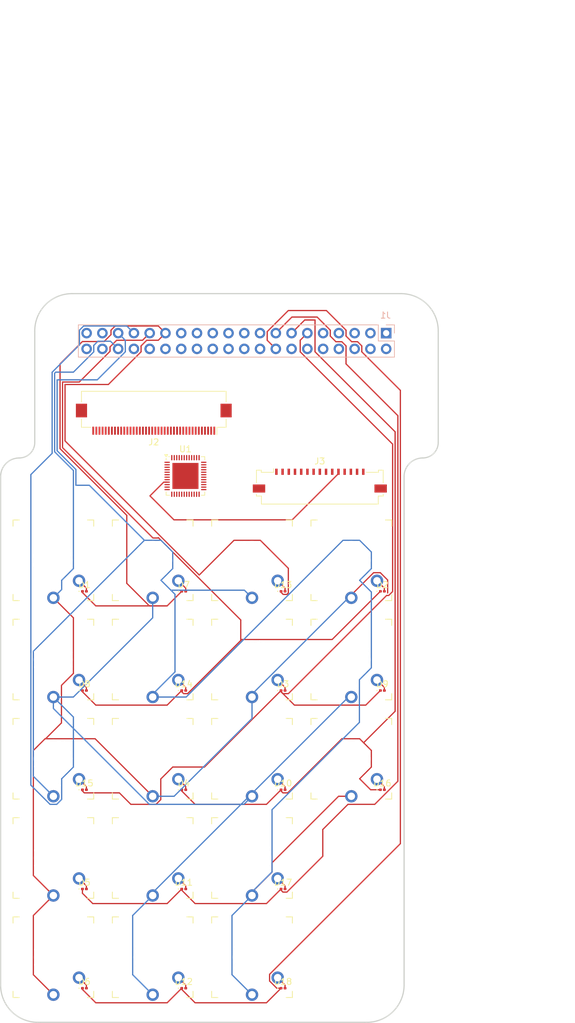
<source format=kicad_pcb>
(kicad_pcb (version 20241229) (generator "pcbnew") (generator_version "9.0")
  (title_block (date "15 nov 2012"))
  (layers (0 "F.Cu" signal) (2 "B.Cu" signal) (13 "F.Paste" user) (15 "B.Paste" user) (5 "F.SilkS" user "F.Silkscreen") (7 "B.SilkS" user "B.Silkscreen") (1 "F.Mask" user) (3 "B.Mask" user) (25 "Edge.Cuts" user))
  (net 0 "")
  (net 1 "GND")
  (net 2 "/GPIO2{slash}SDA1")
  (net 3 "/GPIO3{slash}SCL1")
  (net 4 "/GPIO4{slash}GPCLK0")
  (net 5 "/GPIO14{slash}TXD0")
  (net 6 "/GPIO15{slash}RXD0")
  (net 7 "/GPIO17")
  (net 8 "/GPIO18{slash}PCM.CLK")
  (net 9 "/GPIO27")
  (net 10 "/GPIO22")
  (net 11 "/GPIO23")
  (net 12 "/GPIO24")
  (net 13 "/GPIO10{slash}SPI0.MOSI")
  (net 14 "/GPIO9{slash}SPI0.MISO")
  (net 15 "/GPIO25")
  (net 16 "/GPIO11{slash}SPI0.SCLK")
  (net 17 "/GPIO8{slash}SPI0.CE0")
  (net 18 "/GPIO7{slash}SPI0.CE1")
  (net 19 "/ID_SDA")
  (net 20 "/ID_SCL")
  (net 21 "/GPIO5")
  (net 22 "/GPIO6")
  (net 23 "/GPIO12{slash}PWM0")
  (net 24 "/GPIO13{slash}PWM1")
  (net 25 "/GPIO19{slash}PCM.FS")
  (net 26 "/GPIO16")
  (net 27 "/GPIO26")
  (net 28 "/GPIO20{slash}PCM.DIN")
  (net 29 "/GPIO21{slash}PCM.DOUT")
  (net 30 "+5V")
  (net 31 "+3V3")
  (net 32 "Net-(D1-A)")
  (net 33 "Net-(D2-A)")
  (net 34 "Net-(D3-A)")
  (net 35 "Net-(D4-A)")
  (net 36 "Net-(D5-A)")
  (net 37 "Net-(D6-A)")
  (net 38 "Net-(D7-A)")
  (net 39 "Net-(D8-A)")
  (net 40 "Net-(D9-A)")
  (net 41 "Net-(D10-A)")
  (net 42 "Net-(D11-A)")
  (net 43 "Net-(D12-A)")
  (net 44 "Net-(D13-A)")
  (net 45 "Net-(D14-A)")
  (net 46 "Net-(D15-A)")
  (net 47 "Net-(D16-A)")
  (net 48 "Net-(D17-A)")
  (net 49 "Net-(D18-A)")
  (net 51 "Net-(J2-PCLK)")
  (net 53 "Net-(J2-DB12)")
  (net 56 "Net-(J2-DB5)")
  (net 57 "Net-(J2-DB17)")
  (net 58 "Net-(J2-HSYNC)")
  (net 61 "Net-(J2-DB13)")
  (net 62 "Net-(J2-DB9)")
  (net 63 "Net-(J2-DB4)")
  (net 64 "Net-(J2-DB3)")
  (net 66 "Net-(J2-DB15)")
  (net 67 "Net-(J2-DE)")
  (net 69 "Net-(J2-DB0)")
  (net 74 "Net-(J2-DB7)")
  (net 75 "Net-(J2-DB8)")
  (net 76 "Net-(J2-DB6)")
  (net 77 "Net-(J2-DB10)")
  (net 78 "Net-(J2-DB1)")
  (net 79 "Net-(J2-DB11)")
  (net 80 "Net-(J2-DB2)")
  (net 81 "Net-(J2-DB14)")
  (net 82 "Net-(J2-DB16)")
  (net 83 "Net-(J2-VSYNC)")
  (net 84 "Net-(J3-Pin_11)")
  (net 85 "Net-(J3-Pin_9)")
  (net 87 "Net-(J3-Pin_8)")
  (net 89 "Net-(J3-Pin_14)")
  (net 92 "Net-(J3-Pin_1)")
  (net 93 "Net-(J3-Pin_12)")
  (net 94 "Net-(J3-Pin_6)")
  (net 95 "Net-(J3-Pin_5)")
  (net 96 "Net-(J3-Pin_2)")
  (net 97 "Net-(J3-Pin_3)")
  (footprint "Diode_SMD:D_0201_0603Metric" (layer "F.Cu") (at 140 201)
    (property "Reference" "D18")
    (property "Value" "D")
  )
  (footprint "Diode_SMD:D_0201_0603Metric" (layer "F.Cu") (at 108 169)
    (property "Reference" "D15")
    (property "Value" "D")
  )
  (footprint "1 key-switches.pretty:SW_MX_LowProfile_THT" (layer "F.Cu") (at 119 196)
    (property "Reference" "SW17" (hide yes))
    (property "Value" "SW_Push" (hide yes))
  )
  (footprint "Diode_SMD:D_0201_0603Metric" (layer "F.Cu") (at 140 169)
    (property "Reference" "D10")
    (property "Value" "D")
  )
  (footprint "1 key-switches.pretty:SW_MX_LowProfile_THT" (layer "F.Cu") (at 103 196)
    (property "Reference" "SW16" (hide yes))
    (property "Value" "SW_Push" (hide yes))
  )
  (footprint "1 key-switches.pretty:SW_MX_LowProfile_THT" (layer "F.Cu") (at 135 196)
    (property "Reference" "SW18" (hide yes))
    (property "Value" "SW_Push" (hide yes))
  )
  (footprint "1 key-switches.pretty:SW_MX_LowProfile_THT" (layer "F.Cu") (at 135 148)
    (property "Reference" "SW7" (hide yes))
    (property "Value" "SW_Push" (hide yes))
  )
  (footprint "Connector_FFC-FPC:Molex_200528-0150_1x15-1MP_P1.00mm_Horizontal" (layer "F.Cu") (at 145.925 118.635)
    (property "Reference" "J3")
    (property "Value" "Conn_01x15_MountingPin")
  )
  (footprint "Diode_SMD:D_0201_0603Metric" (layer "F.Cu") (at 124 153)
    (property "Reference" "D14")
    (property "Value" "D")
  )
  (footprint "Connector_FFC-FPC:Hirose_FH12-40S-0.5SH_1x40-1MP_P0.50mm_Horizontal" (layer "F.Cu") (at 119.175 109.25 180)
    (property "Reference" "J2")
    (property "Value" "TL040WVS03-H1263A")
  )
  (footprint "1 key-switches.pretty:SW_MX_LowProfile_THT" (layer "F.Cu") (at 103 132)
    (property "Reference" "SW1" (hide yes))
    (property "Value" "SW_Push" (hide yes))
  )
  (footprint "Diode_SMD:D_0201_0603Metric" (layer "F.Cu") (at 140 153)
    (property "Reference" "D3")
    (property "Value" "D")
  )
  (footprint "Diode_SMD:D_0201_0603Metric" (layer "F.Cu") (at 156 169)
    (property "Reference" "D16")
    (property "Value" "D")
  )
  (footprint "Diode_SMD:D_0201_0603Metric" (layer "F.Cu") (at 156 137)
    (property "Reference" "D2")
    (property "Value" "D")
  )
  (footprint "1 key-switches.pretty:SW_MX_LowProfile_THT" (layer "F.Cu") (at 151 132)
    (property "Reference" "SW4" (hide yes))
    (property "Value" "SW_Push" (hide yes))
  )
  (footprint "1 key-switches.pretty:SW_MX_LowProfile_THT" (layer "F.Cu") (at 135 164)
    (property "Reference" "SW11" (hide yes))
    (property "Value" "SW_Push" (hide yes))
  )
  (footprint "Diode_SMD:D_0201_0603Metric" (layer "F.Cu") (at 108 185)
    (property "Reference" "D5")
    (property "Value" "D")
  )
  (footprint "MountingHole:MountingHole_2.7mm_M2.5" (layer "F.Cu") (at 103.5 96.5)
    (property "Reference" "MH3" (hide yes))
    (property "Value" "MountingHole_2.7mm_M2.5" (hide yes))
  )
  (footprint "Diode_SMD:D_0201_0603Metric" (layer "F.Cu") (at 108 201)
    (property "Reference" "D6")
    (property "Value" "D")
  )
  (footprint "1 key-switches.pretty:SW_MX_LowProfile_THT" (layer "F.Cu") (at 103 180)
    (property "Reference" "SW13" (hide yes))
    (property "Value" "SW_Push" (hide yes))
  )
  (footprint "Diode_SMD:D_0201_0603Metric" (layer "F.Cu") (at 140 185)
    (property "Reference" "D17")
    (property "Value" "D")
  )
  (footprint "1 key-switches.pretty:SW_MX_LowProfile_THT" (layer "F.Cu") (at 119 180)
    (property "Reference" "SW14" (hide yes))
    (property "Value" "SW_Push" (hide yes))
  )
  (footprint "Diode_SMD:D_0201_0603Metric" (layer "F.Cu") (at 108 137)
    (property "Reference" "D1")
    (property "Value" "D")
  )
  (footprint "Diode_SMD:D_0201_0603Metric" (layer "F.Cu") (at 140 137)
    (property "Reference" "D13")
    (property "Value" "D")
  )
  (footprint "1 key-switches.pretty:SW_MX_LowProfile_THT" (layer "F.Cu") (at 119 148)
    (property "Reference" "SW6" (hide yes))
    (property "Value" "SW_Push" (hide yes))
  )
  (footprint "1 key-switches.pretty:SW_MX_LowProfile_THT" (layer "F.Cu") (at 119 132)
    (property "Reference" "SW2" (hide yes))
    (property "Value" "SW_Push" (hide yes))
  )
  (footprint "1 key-switches.pretty:SW_MX_LowProfile_THT" (layer "F.Cu") (at 119 164)
    (property "Reference" "SW10" (hide yes))
    (property "Value" "SW_Push" (hide yes))
  )
  (footprint "1 key-switches.pretty:SW_MX_LowProfile_THT" (layer "F.Cu") (at 135 180)
    (property "Reference" "SW15" (hide yes))
    (property "Value" "SW_Push" (hide yes))
  )
  (footprint "1 key-switches.pretty:SW_MX_LowProfile_THT" (layer "F.Cu") (at 103 148)
    (property "Reference" "SW5" (hide yes))
    (property "Value" "SW_Push" (hide yes))
  )
  (footprint "Diode_SMD:D_0201_0603Metric" (layer "F.Cu") (at 124 137)
    (property "Reference" "D7")
    (property "Value" "D")
  )
  (footprint "Diode_SMD:D_0201_0603Metric" (layer "F.Cu") (at 156 153)
    (property "Reference" "D9")
    (property "Value" "D")
  )
  (footprint "1 key-switches.pretty:SW_MX_LowProfile_THT" (layer "F.Cu") (at 151 148)
    (property "Reference" "SW8" (hide yes))
    (property "Value" "SW_Push" (hide yes))
  )
  (footprint "Diode_SMD:D_0201_0603Metric" (layer "F.Cu") (at 124 185)
    (property "Reference" "D11")
    (property "Value" "D")
  )
  (footprint "MountingHole:MountingHole_2.7mm_M2.5" (layer "F.Cu") (at 161.5 96.5)
    (property "Reference" "MH4" (hide yes))
    (property "Value" "MountingHole_2.7mm_M2.5" (hide yes))
  )
  (footprint "Diode_SMD:D_0201_0603Metric" (layer "F.Cu") (at 124 169)
    (property "Reference" "D4")
    (property "Value" "D")
  )
  (footprint "Diode_SMD:D_0201_0603Metric" (layer "F.Cu") (at 124 201)
    (property "Reference" "D12")
    (property "Value" "D")
  )
  (footprint "1 key-switches.pretty:SW_MX_LowProfile_THT" (layer "F.Cu") (at 151 164)
    (property "Reference" "SW12" (hide yes))
    (property "Value" "SW_Push" (hide yes))
  )
  (footprint "1 key-switches.pretty:SW_MX_LowProfile_THT" (layer "F.Cu") (at 103 164)
    (property "Reference" "SW9" (hide yes))
    (property "Value" "SW_Push" (hide yes))
  )
  (footprint "1 key-switches.pretty:SW_MX_LowProfile_THT" (layer "F.Cu") (at 135 132)
    (property "Reference" "SW3" (hide yes))
    (property "Value" "SW_Push" (hide yes))
  )
  (footprint "Package_DFN_QFN:QFN-48-1EP_6x6mm_P0.4mm_EP4.2x4.2mm" (layer "F.Cu") (at 124.275 118.4)
    (property "Reference" "U1")
    (property "Value" "~")
  )
  (footprint "Diode_SMD:D_0201_0603Metric" (layer "F.Cu") (at 108 153)
    (property "Reference" "D8")
    (property "Value" "D")
  )
  (footprint "Connector_PinSocket_2.54mm:PinSocket_2x20_P2.54mm_Vertical" (layer "B.Cu") (at 156.614807 95.366838 90)
    (property "Reference" "J1")
    (property "Value" "GPIO")
  )
  (gr_arc (start 159.5 118.5) (mid 160.37868 116.37868) (end 162.5 115.5) (stroke (width 0.2)) (layer "Edge.Cuts"))
  (gr_arc (start 100 95) (mid 101.757359 90.757359) (end 106 89) (stroke (width 0.2)) (layer "Edge.Cuts"))
  (gr_arc (start 165 113) (mid 164.267767 114.767767) (end 162.5 115.5) (stroke (width 0.2)) (layer "Edge.Cuts"))
  (gr_line (start 94.5 200.5) (end 94.5 118.5) (stroke (width 0.2)) (layer "Edge.Cuts"))
  (gr_line (start 159.5 124.5) (end 159.5 200.5) (stroke (width 0.2)) (layer "Edge.Cuts"))
  (gr_line (start 159.5 124.5) (end 159.5 118.5) (stroke (width 0.2)) (layer "Edge.Cuts"))
  (gr_line (start 165 113) (end 165 95) (stroke (width 0.2)) (layer "Edge.Cuts"))
  (gr_line (start 100 113) (end 100 95) (stroke (width 0.2)) (layer "Edge.Cuts"))
  (gr_arc (start 159.5 200.5) (mid 157.742641 204.742641) (end 153.5 206.5) (stroke (width 0.2)) (layer "Edge.Cuts"))
  (gr_arc (start 100.5 206.5) (mid 96.257359 204.742641) (end 94.5 200.5) (stroke (width 0.2)) (layer "Edge.Cuts"))
  (gr_line (start 106 89) (end 159 89) (stroke (width 0.2)) (layer "Edge.Cuts"))
  (gr_arc (start 159 89) (mid 163.242641 90.757359) (end 165 95) (stroke (width 0.2)) (layer "Edge.Cuts"))
  (gr_arc (start 100 113) (mid 99.267767 114.767767) (end 97.5 115.5) (stroke (width 0.2)) (layer "Edge.Cuts"))
  (gr_arc (start 94.5 118.5) (mid 95.37868 116.37868) (end 97.5 115.5) (stroke (width 0.2)) (layer "Edge.Cuts"))
  (gr_line (start 100.5 206.5) (end 153.5 206.5) (stroke (width 0.2)) (layer "Edge.Cuts"))
  (segment (start 120.301 170.588892) (end 119.538892 171.351) (width 0.2) (layer "F.Cu") (net 7))
  (segment (start 107.981001 169.501) (end 107.68 169.199999) (width 0.2) (layer "F.Cu") (net 7))
  (segment (start 139.981001 153.501) (end 140.85377 153.501) (width 0.2) (layer "F.Cu") (net 7))
  (segment (start 157.0171 137.66987) (end 157.653 137.03397) (width 0.2) (layer "F.Cu") (net 7))
  (segment (start 155.68 153) (end 153.329 155.351) (width 0.2) (layer "F.Cu") (net 7))
  (segment (start 139.68 153) (end 139.68 153.199999) (width 0.2) (layer "F.Cu") (net 7))
  (segment (start 115.480353 171.351) (end 113.630353 169.501) (width 0.2) (layer "F.Cu") (net 7))
  (segment (start 122.226 165.336253) (end 120.301 167.261253) (width 0.2) (layer "F.Cu") (net 7))
  (segment (start 139.68 153.199999) (end 139.981001 153.501) (width 0.2) (layer "F.Cu") (net 7))
  (segment (start 142.763807 98.383598) (end 142.763807 96.517838) (width 0.2) (layer "F.Cu") (net 7))
  (segment (start 140.85377 153.501) (end 156.6849 137.66987) (width 0.2) (layer "F.Cu") (net 7))
  (segment (start 141.831001 155.351) (end 139.68 153.199999) (width 0.2) (layer "F.Cu") (net 7))
  (segment (start 157.653 137.03397) (end 157.653 113.272791) (width 0.2) (layer "F.Cu") (net 7))
  (segment (start 142.763807 96.517838) (end 143.914807 95.366838) (width 0.2) (layer "F.Cu") (net 7))
  (segment (start 153.329 155.351) (end 141.831001 155.351) (width 0.2) (layer "F.Cu") (net 7))
  (segment (start 127.343747 165.336253) (end 122.226 165.336253) (width 0.2) (layer "F.Cu") (net 7))
  (segment (start 107.68 169.199999) (end 107.68 169) (width 0.2) (layer "F.Cu") (net 7))
  (segment (start 156.6849 137.66987) (end 157.0171 137.66987) (width 0.2) (layer "F.Cu") (net 7))
  (segment (start 139.68 153) (end 127.343747 165.336253) (width 0.2) (layer "F.Cu") (net 7))
  (segment (start 119.538892 171.351) (end 115.480353 171.351) (width 0.2) (layer "F.Cu") (net 7))
  (segment (start 120.301 167.261253) (end 120.301 170.588892) (width 0.2) (layer "F.Cu") (net 7))
  (segment (start 157.653 113.272791) (end 142.763807 98.383598) (width 0.2) (layer "F.Cu") (net 7))
  (segment (start 113.630353 169.501) (end 107.981001 169.501) (width 0.2) (layer "F.Cu") (net 7))
  (segment (start 139.68 169) (end 137.329 171.351) (width 0.2) (layer "F.Cu") (net 9))
  (segment (start 154.226 165.336253) (end 154.226 162.663747) (width 0.2) (layer "F.Cu") (net 9))
  (segment (start 125.831001 171.351) (end 123.68 169.199999) (width 0.2) (layer "F.Cu") (net 9))
  (segment (start 137.329 171.351) (end 125.831001 171.351) (width 0.2) (layer "F.Cu") (net 9))
  (segment (start 152.336253 167.226) (end 154.226 165.336253) (width 0.2) (layer "F.Cu") (net 9))
  (segment (start 158.054 156.346) (end 152.981126 161.418874) (width 0.2) (layer "F.Cu") (net 9))
  (segment (start 123.68 169.199999) (end 123.68 169) (width 0.2) (layer "F.Cu") (net 9))
  (segment (start 145.15 98.375) (end 158.054 111.279) (width 0.2) (layer "F.Cu") (net 9))
  (segment (start 140.749 169.501) (end 139.981001 169.501) (width 0.2) (layer "F.Cu") (net 9))
  (segment (start 139.981001 169.501) (end 139.68 169.199999) (width 0.2) (layer "F.Cu") (net 9))
  (segment (start 152.336253 160.774) (end 149.476 160.774) (width 0.2) (layer "F.Cu") (net 9))
  (segment (start 152.981126 161.418874) (end 152.336253 160.774) (width 0.2) (layer "F.Cu") (net 9))
  (segment (start 149.476 160.774) (end 149.25 161) (width 0.2) (layer "F.Cu") (net 9))
  (segment (start 141.374807 95.366838) (end 143.491645 93.25) (width 0.2) (layer "F.Cu") (net 9))
  (segment (start 149.25 161) (end 140.749 169.501) (width 0.2) (layer "F.Cu") (net 9))
  (segment (start 139.68 169.199999) (end 139.68 169) (width 0.2) (layer "F.Cu") (net 9))
  (segment (start 155.68 169) (end 154.110253 169) (width 0.2) (layer "F.Cu") (net 9))
  (segment (start 154.226 162.663747) (end 152.981126 161.418874) (width 0.2) (layer "F.Cu") (net 9))
  (segment (start 154.110253 169) (end 152.336253 167.226) (width 0.2) (layer "F.Cu") (net 9))
  (segment (start 143.491645 93.25) (end 145.15 93.25) (width 0.2) (layer "F.Cu") (net 9))
  (segment (start 145.15 93.25) (end 145.15 98.375) (width 0.2) (layer "F.Cu") (net 9))
  (segment (start 158.054 111.279) (end 158.054 156.346) (width 0.2) (layer "F.Cu") (net 9))
  (segment (start 149.471567 96.755838) (end 148.518047 96.755838) (width 0.2) (layer "F.Cu") (net 10))
  (segment (start 141.426645 92.775) (end 138.834807 95.366838) (width 0.2) (layer "F.Cu") (net 10))
  (segment (start 146.401 179.71887) (end 146.401 175.411108) (width 0.2) (layer "F.Cu") (net 10))
  (segment (start 150.461108 171.351) (end 154.76887 171.351) (width 0.2) (layer "F.Cu") (net 10))
  (segment (start 150.145807 100.328707) (end 150.145807 97.430078) (width 0.2) (layer "F.Cu") (net 10))
  (segment (start 147.605807 94.890078) (end 145.490729 92.775) (width 0.2) (layer "F.Cu") (net 10))
  (segment (start 148.518047 96.755838) (end 147.605807 95.843598) (width 0.2) (layer "F.Cu") (net 10))
  (segment (start 107.68 185.689892) (end 107.68 185) (width 0.2) (layer "F.Cu") (net 10))
  (segment (start 158.499 167.62087) (end 158.499 108.6819) (width 0.2) (layer "F.Cu") (net 10))
  (segment (start 139.68 185.199999) (end 139.981001 185.501) (width 0.2) (layer "F.Cu") (net 10))
  (segment (start 147.605807 95.843598) (end 147.605807 94.890078) (width 0.2) (layer "F.Cu") (net 10))
  (segment (start 154.76887 171.351) (end 158.499 167.62087) (width 0.2) (layer "F.Cu") (net 10))
  (segment (start 137.329 187.351) (end 125.831001 187.351) (width 0.2) (layer "F.Cu") (net 10))
  (segment (start 146.401 175.411108) (end 150.461108 171.351) (width 0.2) (layer "F.Cu") (net 10))
  (segment (start 158.499 108.6819) (end 150.145807 100.328707) (width 0.2) (layer "F.Cu") (net 10))
  (segment (start 121.329 187.351) (end 109.341108 187.351) (width 0.2) (layer "F.Cu") (net 10))
  (segment (start 125.831001 187.351) (end 123.68 185.199999) (width 0.2) (layer "F.Cu") (net 10))
  (segment (start 109.341108 187.351) (end 107.68 185.689892) (width 0.2) (layer "F.Cu") (net 10))
  (segment (start 123.68 185) (end 121.329 187.351) (width 0.2) (layer "F.Cu") (net 10))
  (segment (start 139.981001 185.501) (end 140.61887 185.501) (width 0.2) (layer "F.Cu") (net 10))
  (segment (start 139.68 185) (end 139.68 185.199999) (width 0.2) (layer "F.Cu") (net 10))
  (segment (start 123.68 185.199999) (end 123.68 185) (width 0.2) (layer "F.Cu") (net 10))
  (segment (start 145.490729 92.775) (end 141.426645 92.775) (width 0.2) (layer "F.Cu") (net 10))
  (segment (start 140.61887 185.501) (end 146.401 179.71887) (width 0.2) (layer "F.Cu") (net 10))
  (segment (start 139.68 185) (end 137.329 187.351) (width 0.2) (layer "F.Cu") (net 10))
  (segment (start 150.145807 97.430078) (end 149.471567 96.755838) (width 0.2) (layer "F.Cu") (net 10))
  (segment (start 152.011567 96.755838) (end 151.058047 96.755838) (width 0.2) (layer "F.Cu") (net 11))
  (segment (start 123.68 201.199999) (end 125.831001 203.351) (width 0.2) (layer "F.Cu") (net 11))
  (segment (start 121.329 203.351) (end 123.68 201) (width 0.2) (layer "F.Cu") (net 11))
  (segment (start 109.831001 203.351) (end 121.329 203.351) (width 0.2) (layer "F.Cu") (net 11))
  (segment (start 138.990108 201) (end 137.829 199.838892) (width 0.2) (layer "F.Cu") (net 11))
  (segment (start 137.329 203.351) (end 139.68 201) (width 0.2) (layer "F.Cu") (net 11))
  (segment (start 158.9 104.597791) (end 152.685807 98.383598) (width 0.2) (layer "F.Cu") (net 11))
  (segment (start 123.68 201) (end 123.68 201.199999) (width 0.2) (layer "F.Cu") (net 11))
  (segment (start 158.9 177.690108) (end 158.9 104.597791) (width 0.2) (layer "F.Cu") (net 11))
  (segment (start 139.68 201) (end 138.990108 201) (width 0.2) (layer "F.Cu") (net 11))
  (segment (start 150.145807 94.890078) (end 146.980729 91.725) (width 0.2) (layer "F.Cu") (net 11))
  (segment (start 107.68 201) (end 107.68 201.199999) (width 0.2) (layer "F.Cu") (net 11))
  (segment (start 125.831001 203.351) (end 137.329 203.351) (width 0.2) (layer "F.Cu") (net 11))
  (segment (start 146.980729 91.725) (end 140.848885 91.725) (width 0.2) (layer "F.Cu") (net 11))
  (segment (start 107.68 201.199999) (end 109.831001 203.351) (width 0.2) (layer "F.Cu") (net 11))
  (segment (start 151.058047 96.755838) (end 150.145807 95.843598) (width 0.2) (layer "F.Cu") (net 11))
  (segment (start 137.829 199.838892) (end 137.829 198.761108) (width 0.2) (layer "F.Cu") (net 11))
  (segment (start 137.445807 96.517838) (end 138.834807 97.906838) (width 0.2) (layer "F.Cu") (net 11))
  (segment (start 140.848885 91.725) (end 137.445807 95.128078) (width 0.2) (layer "F.Cu") (net 11))
  (segment (start 137.829 198.761108) (end 158.9 177.690108) (width 0.2) (layer "F.Cu") (net 11))
  (segment (start 152.685807 97.430078) (end 152.011567 96.755838) (width 0.2) (layer "F.Cu") (net 11))
  (segment (start 150.145807 95.843598) (end 150.145807 94.890078) (width 0.2) (layer "F.Cu") (net 11))
  (segment (start 152.685807 98.383598) (end 152.685807 97.430078) (width 0.2) (layer "F.Cu") (net 11))
  (segment (start 137.445807 95.128078) (end 137.445807 96.517838) (width 0.2) (layer "F.Cu") (net 11))
  (segment (start 118.038047 96.517838) (end 119.903807 96.517838) (width 0.2) (layer "F.Cu") (net 21))
  (segment (start 132.101 128.774) (end 126.502176 134.372824) (width 0.2) (layer "F.Cu") (net 21))
  (segment (start 140.851 137.26887) (end 140.851 133.288747) (width 0.2) (layer "F.Cu") (net 21))
  (segment (start 139.68 137.15987) (end 140.02113 137.501) (width 0.2) (layer "F.Cu") (net 21))
  (segment (start 112.283807 95.605598) (end 112.283807 94.890078) (width 0.2) (layer "F.Cu") (net 21))
  (segment (start 119.903807 94.215838) (end 121.054807 95.366838) (width 0.2) (layer "F.Cu") (net 21))
  (segment (start 115.498047 94.215838) (end 116.35 94.215838) (width 0.2) (layer "F.Cu") (net 21))
  (segment (start 117.125807 98.383598) (end 117.125807 97.430078) (width 0.2) (layer "F.Cu") (net 21))
  (segment (start 123.68 137) (end 121.329 139.351) (width 0.2) (layer "F.Cu") (net 21))
  (segment (start 121.329 139.351) (end 109.831001 139.351) (width 0.2) (layer "F.Cu") (net 21))
  (segment (start 136.336253 128.774) (end 132.101 128.774) (width 0.2) (layer "F.Cu") (net 21))
  (segment (start 104.877 112.747648) (end 104.877 103.651) (width 0.2) (layer "F.Cu") (net 21))
  (segment (start 111.164405 96.725) (end 112.283807 95.605598) (width 0.2) (layer "F.Cu") (net 21))
  (segment (start 104.075 114) (end 104.075 100.325) (width 0.2) (layer "F.Cu") (net 21))
  (segment (start 116.35 94.215838) (end 119.903807 94.215838) (width 0.2) (layer "F.Cu") (net 21))
  (segment (start 112.283807 94.890078) (end 112.958047 94.215838) (width 0.2) (layer "F.Cu") (net 21))
  (segment (start 107.68 137.199999) (end 107.68 137) (width 0.2) (layer "F.Cu") (net 21))
  (segment (start 112.958047 94.215838) (end 116.35 94.215838) (width 0.2) (layer "F.Cu") (net 21))
  (segment (start 140.851 133.288747) (end 136.336253 128.774) (width 0.2) (layer "F.Cu") (net 21))
  (segment (start 104.877 103.651) (end 111.858405 103.651) (width 0.2) (layer "F.Cu") (net 21))
  (segment (start 109.831001 139.351) (end 107.68 137.199999) (width 0.2) (layer "F.Cu") (net 21))
  (segment (start 114.823807 124.748807) (end 104.075 114) (width 0.2) (layer "F.Cu") (net 21))
  (segment (start 121.329 139.351) (end 118.461108 139.351) (width 0.2) (layer "F.Cu") (net 21))
  (segment (start 107.675 96.725) (end 111.164405 96.725) (width 0.2) (layer "F.Cu") (net 21))
  (segment (start 126.502176 134.372824) (end 104.877 112.747648) (width 0.2) (layer "F.Cu") (net 21))
  (segment (start 118.461108 139.351) (end 114.823807 135.713699) (width 0.2) (layer "F.Cu") (net 21))
  (segment (start 117.125807 97.430078) (end 118.038047 96.517838) (width 0.2) (layer "F.Cu") (net 21))
  (segment (start 119.903807 96.517838) (end 121.054807 95.366838) (width 0.2) (layer "F.Cu") (net 21))
  (segment (start 114.823807 135.713699) (end 114.823807 124.748807) (width 0.2) (layer "F.Cu") (net 21))
  (segment (start 140.61887 137.501) (end 140.851 137.26887) (width 0.2) (layer "F.Cu") (net 21))
  (segment (start 104.075 100.325) (end 107.675 96.725) (width 0.2) (layer "F.Cu") (net 21))
  (segment (start 140.02113 137.501) (end 140.61887 137.501) (width 0.2) (layer "F.Cu") (net 21))
  (segment (start 139.68 137) (end 139.68 137.15987) (width 0.2) (layer "F.Cu") (net 21))
  (segment (start 111.858405 103.651) (end 117.125807 98.383598) (width 0.2) (layer "F.Cu") (net 21))
  (segment (start 123.68 153.199999) (end 123.68 153) (width 0.2) (layer "F.Cu") (net 22))
  (segment (start 112.125 97.588885) (end 113.196047 96.517838) (width 0.2) (layer "F.Cu") (net 22))
  (segment (start 104.476 103.25) (end 107.179405 103.25) (width 0.2) (layer "F.Cu") (net 22))
  (segment (start 133.184935 144.934935) (end 124.61887 153.501) (width 0.2) (layer "F.Cu") (net 22))
  (segment (start 119.903807 128.341554) (end 119.968626 128.406374) (width 0.2) (layer "F.Cu") (net 22))
  (segment (start 107.68 153.199999) (end 107.68 153) (width 0.2) (layer "F.Cu") (net 22))
  (segment (start 119.968626 128.406374) (end 119.048474 128.406374) (width 0.2) (layer "F.Cu") (net 22))
  (segment (start 119.968626 128.406374) (end 133.184935 141.622682) (width 0.2) (layer "F.Cu") (net 22))
  (segment (start 121.329 155.351) (end 109.831001 155.351) (width 0.2) (layer "F.Cu") (net 22))
  (segment (start 155.68 137) (end 147.906 144.774) (width 0.2) (layer "F.Cu") (net 22))
  (segment (start 112.125 98.304405) (end 112.125 97.588885) (width 0.2) (layer "F.Cu") (net 22))
  (segment (start 123.68 153) (end 121.329 155.351) (width 0.2) (layer "F.Cu") (net 22))
  (segment (start 113.196047 96.517838) (end 117.363807 96.517838) (width 0.2) (layer "F.Cu") (net 22))
  (segment (start 119.048474 128.406374) (end 104.476 113.8339) (width 0.2) (layer "F.Cu") (net 22))
  (segment (start 107.179405 103.25) (end 112.125 98.304405) (width 0.2) (layer "F.Cu") (net 22))
  (segment (start 109.831001 155.351) (end 107.68 153.199999) (width 0.2) (layer "F.Cu") (net 22))
  (segment (start 147.906 144.774) (end 133.34587 144.774) (width 0.2) (layer "F.Cu") (net 22))
  (segment (start 133.184935 141.622682) (end 133.184935 144.934935) (width 0.2) (layer "F.Cu") (net 22))
  (segment (start 104.476 113.8339) (end 104.476 103.25) (width 0.2) (layer "F.Cu") (net 22))
  (segment (start 117.363807 96.517838) (end 118.514807 95.366838) (width 0.2) (layer "F.Cu") (net 22))
  (segment (start 124.61887 153.501) (end 123.981001 153.501) (width 0.2) (layer "F.Cu") (net 22))
  (segment (start 133.34587 144.774) (end 133.184935 144.934935) (width 0.2) (layer "F.Cu") (net 22))
  (segment (start 123.981001 153.501) (end 123.68 153.199999) (width 0.2) (layer "F.Cu") (net 22))
  (segment (start 104.336253 167.226) (end 106.226 165.336253) (width 0.2) (layer "B.Cu") (net 24))
  (segment (start 135 169.590108) (end 135 170.05) (width 0.2) (layer "B.Cu") (net 24))
  (segment (start 99.373 146.875) (end 99.373 168.262892) (width 0.2) (layer "B.Cu") (net 24))
  (segment (start 104.336253 170.553639) (end 104.336253 167.226) (width 0.2) (layer "B.Cu") (net 24))
  (segment (start 119 202.05) (end 115.774 198.824) (width 0.2) (layer "B.Cu") (net 24))
  (segment (start 106.219892 154.05) (end 119 141.269892) (width 0.2) (layer "B.Cu") (net 24))
  (segment (start 133.699 171.351) (end 118.461108 171.351) (width 0.2) (layer "B.Cu") (net 24))
  (segment (start 150.540108 154.05) (end 135 169.590108) (width 0.2) (layer "B.Cu") (net 24))
  (segment (start 102.461108 171.351) (end 103.538892 171.351) (width 0.2) (layer "B.Cu") (net 24))
  (segment (start 114.823807 94.215838) (end 113.875 94.215838) (width 0.2) (layer "B.Cu") (net 24))
  (segment (start 106.226 165.336253) (end 106.226 157.276) (width 0.2) (layer "B.Cu") (net 24))
  (segment (start 99.373 168.262892) (end 102.461108 171.351) (width 0.2) (layer "B.Cu") (net 24))
  (segment (start 99.373 146.497647) (end 99.373 146.875) (width 0.2) (layer "B.Cu") (net 24))
  (segment (start 135 170.05) (end 133.699 171.351) (width 0.2) (layer "B.Cu") (net 24))
  (segment (start 102.8 114.75) (end 102.8 101.675) (width 0.2) (layer "B.Cu") (net 24))
  (segment (start 113.875 94.215838) (end 112.958047 94.215838) (width 0.2) (layer "B.Cu") (net 24))
  (segment (start 119 186.05) (end 119 185.590108) (width 0.2) (layer "B.Cu") (net 24))
  (segment (start 99.373 146.875) (end 99.373 118.177) (width 0.2) (layer "B.Cu") (net 24))
  (segment (start 103 154.05) (end 106.219892 154.05) (width 0.2) (layer "B.Cu") (net 24))
  (segment (start 119 185.590108) (end 134.540108 170.05) (width 0.2) (layer "B.Cu") (net 24))
  (segment (start 134.540108 170.05) (end 135 170.05) (width 0.2) (layer "B.Cu") (net 24))
  (segment (start 115.774 198.824) (end 115.774 189.276) (width 0.2) (layer "B.Cu") (net 24))
  (segment (start 107.878047 94.215838) (end 113.875 94.215838) (width 0.2) (layer "B.Cu") (net 24))
  (segment (start 103.538892 171.351) (end 104.336253 170.553639) (width 0.2) (layer "B.Cu") (net 24))
  (segment (start 107.25 97.225) (end 107.203807 97.178807) (width 0.2) (layer "B.Cu") (net 24))
  (segment (start 102.8 101.675) (end 107.25 97.225) (width 0.2) (layer "B.Cu") (net 24))
  (segment (start 151 154.05) (end 150.540108 154.05) (width 0.2) (layer "B.Cu") (net 24))
  (segment (start 107.203807 94.890078) (end 107.878047 94.215838) (width 0.2) (layer "B.Cu") (net 24))
  (segment (start 118.461108 171.351) (end 103 155.889892) (width 0.2) (layer "B.Cu") (net 24))
  (segment (start 115.774 189.276) (end 119 186.05) (width 0.2) (layer "B.Cu") (net 24))
  (segment (start 99.373 118.177) (end 102.8 114.75) (width 0.2) (layer "B.Cu") (net 24))
  (segment (start 103 155.889892) (end 103 154.05) (width 0.2) (layer "B.Cu") (net 24))
  (segment (start 119 141.269892) (end 119 138.05) (width 0.2) (layer "B.Cu") (net 24))
  (segment (start 106.226 157.276) (end 103 154.05) (width 0.2) (layer "B.Cu") (net 24))
  (segment (start 115.974807 95.366838) (end 114.823807 94.215838) (width 0.2) (layer "B.Cu") (net 24))
  (segment (start 107.203807 97.178807) (end 107.203807 94.890078) (width 0.2) (layer "B.Cu") (net 24))
  (segment (start 151 170.05) (end 148.948 170.05) (width 0.2) (layer "F.Cu") (net 25))
  (segment (start 135 185.5) (end 135 186.05) (width 0.2) (layer "F.Cu") (net 25))
  (segment (start 138.226 182.274) (end 135 185.5) (width 0.2) (layer "F.Cu") (net 25))
  (segment (start 148.948 170.05) (end 138.226 180.772) (width 0.2) (layer "F.Cu") (net 25))
  (segment (start 138.226 180.772) (end 138.226 182.274) (width 0.2) (layer "F.Cu") (net 25))
  (segment (start 124.387747 154.05) (end 149.663747 128.774) (width 0.2) (layer "B.Cu") (net 25))
  (segment (start 135 138.05) (end 133.769873 136.819873) (width 0.2) (layer "B.Cu") (net 25))
  (segment (start 149.663747 128.774) (end 152.336253 128.774) (width 0.2) (layer "B.Cu") (net 25))
  (segment (start 152.301 151.261253) (end 152.301 158.136747) (width 0.2) (layer "B.Cu") (net 25))
  (segment (start 154.226 137.115747) (end 154.226 149.336253) (width 0.2) (layer "B.Cu") (net 25))
  (segment (start 117.663747 128.774) (end 108.789747 119.9) (width 0.2) (layer "B.Cu") (net 25))
  (segment (start 119 153.590108) (end 119 154.05) (width 0.2) (layer "B.Cu") (net 25))
  (segment (start 135 202.05) (end 131.774 198.824) (width 0.2) (layer "B.Cu") (net 25))
  (segment (start 106.627 117.3589) (end 103.602 114.3339) (width 0.2) (layer "B.Cu") (net 25))
  (segment (start 121.930127 136.819873) (end 122.591108 137.480855) (width 0.2) (layer "B.Cu") (net 25))
  (segment (start 154.226 130.663747) (end 154.226 133.336253) (width 0.2) (layer "B.Cu") (net 25))
  (segment (start 103.602 102.9) (end 110.069405 102.9) (width 0.2) (layer "B.Cu") (net 25))
  (segment (start 122.591108 149.999) (end 119 153.590108) (width 0.2) (layer "B.Cu") (net 25))
  (segment (start 108.789747 119.9) (end 106.627 119.9) (width 0.2) (layer "B.Cu") (net 25))
  (segment (start 114.585807 96.517838) (end 113.434807 95.366838) (width 0.2) (layer "B.Cu") (net 25))
  (segment (start 103.602 114.3339) (end 103.602 102.9) (width 0.2) (layer "B.Cu") (net 25))
  (segment (start 120.336253 135.226) (end 121.930127 136.819873) (width 0.2) (layer "B.Cu") (net 25))
  (segment (start 122.591108 137.480855) (end 122.591108 149.999) (width 0.2) (layer "B.Cu") (net 25))
  (segment (start 152.336253 128.774) (end 154.226 130.663747) (width 0.2) (layer "B.Cu") (net 25))
  (segment (start 117.663747 128.774) (end 120.336253 128.774) (width 0.2) (layer "B.Cu") (net 25))
  (segment (start 133.769873 136.819873) (end 121.930127 136.819873) (width 0.2) (layer "B.Cu") (net 25))
  (segment (start 119 154.05) (end 124.387747 154.05) (width 0.2) (layer "B.Cu") (net 25))
  (segment (start 110.069405 102.9) (end 114.585807 98.383598) (width 0.2) (layer "B.Cu") (net 25))
  (segment (start 122.226 133.336253) (end 120.336253 135.226) (width 0.2) (layer "B.Cu") (net 25))
  (segment (start 154.226 149.336253) (end 152.301 151.261253) (width 0.2) (layer "B.Cu") (net 25))
  (segment (start 122.226 130.663747) (end 122.226 133.336253) (width 0.2) (layer "B.Cu") (net 25))
  (segment (start 131.774 189.276) (end 135 186.05) (width 0.2) (layer "B.Cu") (net 25))
  (segment (start 138.226 182.243181) (end 135 185.469181) (width 0.2) (layer "B.Cu") (net 25))
  (segment (start 135 185.469181) (end 135 186.05) (width 0.2) (layer "B.Cu") (net 25))
  (segment (start 103 170.05) (end 99.774 166.824) (width 0.2) (layer "B.Cu") (net 25))
  (segment (start 114.585807 98.383598) (end 114.585807 96.517838) (width 0.2) (layer "B.Cu") (net 25))
  (segment (start 131.774 198.824) (end 131.774 189.276) (width 0.2) (layer "B.Cu") (net 25))
  (segment (start 99.774 166.824) (end 99.774 146.663747) (width 0.2) (layer "B.Cu") (net 25))
  (segment (start 152.301 158.136747) (end 138.226 172.211747) (width 0.2) (layer "B.Cu") (net 25))
  (segment (start 152.336253 135.226) (end 154.226 137.115747) (width 0.2) (layer "B.Cu") (net 25))
  (segment (start 106.627 119.9) (end 106.627 117.3589) (width 0.2) (layer "B.Cu") (net 25))
  (segment (start 138.226 172.211747) (end 138.226 182.243181) (width 0.2) (layer "B.Cu") (net 25))
  (segment (start 99.774 146.663747) (end 117.663747 128.774) (width 0.2) (layer "B.Cu") (net 25))
  (segment (start 120.336253 128.774) (end 122.226 130.663747) (width 0.2) (layer "B.Cu") (net 25))
  (segment (start 154.226 133.336253) (end 152.336253 135.226) (width 0.2) (layer "B.Cu") (net 25))
  (segment (start 104.301 152.168182) (end 104.301 158.223) (width 0.2) (layer "F.Cu") (net 26))
  (segment (start 99.774 162.663747) (end 101.663747 160.774) (width 0.2) (layer "F.Cu") (net 26))
  (segment (start 106.226 150.243182) (end 104.301 152.168182) (width 0.2) (layer "F.Cu") (net 26))
  (segment (start 101.663747 160.774) (end 101.75 160.774) (width 0.2) (layer "F.Cu") (net 26))
  (segment (start 155.668892 133.999) (end 154.591108 133.999) (width 0.2) (layer "F.Cu") (net 26))
  (segment (start 109.724 160.774) (end 119 170.05) (width 0.2) (layer "F.Cu") (net 26))
  (segment (start 99.774 189.276) (end 103 186.05) (width 0.2) (layer "F.Cu") (net 26))
  (segment (start 103 138.05) (end 106.226 141.276) (width 0.2) (layer "F.Cu") (net 26))
  (segment (start 106.226 141.276) (end 106.226 150.243182) (width 0.2) (layer "F.Cu") (net 26))
  (segment (start 103 138.05) (end 103 137.590108) (width 0.2) (layer "F.Cu") (net 26))
  (segment (start 156.851 135.181108) (end 155.668892 133.999) (width 0.2) (layer "F.Cu") (net 26))
  (segment (start 156.851 137.26887) (end 156.851 135.181108) (width 0.2) (layer "F.Cu") (net 26))
  (segment (start 99.774 198.824) (end 99.774 189.276) (width 0.2) (layer "F.Cu") (net 26))
  (segment (start 101.75 160.774) (end 109.724 160.774) (width 0.2) (layer "F.Cu") (net 26))
  (segment (start 104.301 158.223) (end 101.75 160.774) (width 0.2) (layer "F.Cu") (net 26))
  (segment (start 151 137.590108) (end 151 138.05) (width 0.2) (layer "F.Cu") (net 26))
  (segment (start 134.540108 154.05) (end 135 154.05) (width 0.2) (layer "F.Cu") (net 26))
  (segment (start 103 202.05) (end 99.774 198.824) (width 0.2) (layer "F.Cu") (net 26))
  (segment (start 119 170.05) (end 119 169.590108) (width 0.2) (layer "F.Cu") (net 26))
  (segment (start 154.591108 133.999) (end 151 137.590108) (width 0.2) (layer "F.Cu") (net 26))
  (segment (start 99.774 182.824) (end 99.774 162.663747) (width 0.2) (layer "F.Cu") (net 26))
  (segment (start 103 186.05) (end 99.774 182.824) (width 0.2) (layer "F.Cu") (net 26))
  (segment (start 103.201 114.5) (end 103.201 101.8411) (width 0.2) (layer "B.Cu") (net 26))
  (segment (start 135 157.5) (end 122.45 170.05) (width 0.2) (layer "B.Cu") (net 26))
  (segment (start 150.540108 138.05) (end 135 153.590108) (width 0.2) (layer "B.Cu") (net 26))
  (segment (start 106.226 117.525) (end 103.201 114.5) (width 0.2) (layer "B.Cu") (net 26))
  (segment (start 135 153.590108) (end 135 154.05) (width 0.2) (layer "B.Cu") (net 26))
  (segment (start 109.505807 97.344193) (end 110.175 96.675) (width 0.2) (layer "B.Cu") (net 26))
  (segment (start 122.45 170.05) (end 119 170.05) (width 0.2) (layer "B.Cu") (net 26))
  (segment (start 103.38355 101.65855) (end 106.230855 101.65855) (width 0.2) (layer "B.Cu") (net 26))
  (segment (start 106.226 133.336253) (end 106.226 117.525) (width 0.2) (layer "B.Cu") (net 26))
  (segment (start 112.202969 96.675) (end 113.434807 97.906838) (width 0.2) (layer "B.Cu") (net 26))
  (segment (start 103 137.590108) (end 103 138.05) (width 0.2) (layer "B.Cu") (net 26))
  (segment (start 103 138.05) (end 104.336253 136.713747) (width 0.2) (layer "B.Cu") (net 26))
  (segment (start 104.336253 135.226) (end 106.226 133.336253) (width 0.2) (layer "B.Cu") (net 26))
  (segment (start 103.201 101.8411) (end 103.38355 101.65855) (width 0.2) (layer "B.Cu") (net 26))
  (segment (start 135 154.05) (end 135 157.5) (width 0.2) (layer "B.Cu") (net 26))
  (segment (start 110.175 96.675) (end 112.202969 96.675) (width 0.2) (layer "B.Cu") (net 26))
  (segment (start 106.230855 101.65855) (end 109.505807 98.383598) (width 0.2) (layer "B.Cu") (net 26))
  (segment (start 151 138.05) (end 150.540108 138.05) (width 0.2) (layer "B.Cu") (net 26))
  (segment (start 109.505807 98.383598) (end 109.505807 97.344193) (width 0.2) (layer "B.Cu") (net 26))
  (segment (start 104.336253 136.713747) (end 104.336253 135.226) (width 0.2) (layer "B.Cu") (net 26))
  (segment (start 136.294807 95.933938) (end 136.294807 95.366838) (width 0.2) (layer "F.Cu") (net 31))
  (segment (start 108.32 136.49) (end 108.32 137) (width 0.2) (layer "F.Cu") (net 32))
  (segment (start 107.13 135.3) (end 108.32 136.49) (width 0.2) (layer "F.Cu") (net 32))
  (segment (start 156.32 136.49) (end 156.32 137) (width 0.2) (layer "F.Cu") (net 33))
  (segment (start 155.13 135.3) (end 156.32 136.49) (width 0.2) (layer "F.Cu") (net 33))
  (segment (start 140.32 152.49) (end 140.32 153) (width 0.2) (layer "F.Cu") (net 34))
  (segment (start 139.13 151.3) (end 140.32 152.49) (width 0.2) (layer "F.Cu") (net 34))
  (segment (start 124.32 168.49) (end 124.32 169) (width 0.2) (layer "F.Cu") (net 35))
  (segment (start 123.13 167.3) (end 124.32 168.49) (width 0.2) (layer "F.Cu") (net 35))
  (segment (start 107.13 183.3) (end 108.32 184.49) (width 0.2) (layer "F.Cu") (net 36))
  (segment (start 108.32 184.49) (end 108.32 185) (width 0.2) (layer "F.Cu") (net 36))
  (segment (start 108.32 200.49) (end 108.32 201) (width 0.2) (layer "F.Cu") (net 37))
  (segment (start 107.13 199.3) (end 108.32 200.49) (width 0.2) (layer "F.Cu") (net 37))
  (segment (start 123.13 135.3) (end 124.32 136.49) (width 0.2) (layer "F.Cu") (net 38))
  (segment (start 124.32 136.49) (end 124.32 137) (width 0.2) (layer "F.Cu") (net 38))
  (segment (start 108.32 152.49) (end 108.32 153) (width 0.2) (layer "F.Cu") (net 39))
  (segment (start 107.13 151.3) (end 108.32 152.49) (width 0.2) (layer "F.Cu") (net 39))
  (segment (start 156.32 152.49) (end 156.32 153) (width 0.2) (layer "F.Cu") (net 40))
  (segment (start 155.13 151.3) (end 156.32 152.49) (width 0.2) (layer "F.Cu") (net 40))
  (segment (start 140.32 168.49) (end 140.32 169) (width 0.2) (layer "F.Cu") (net 41))
  (segment (start 139.13 167.3) (end 140.32 168.49) (width 0.2) (layer "F.Cu") (net 41))
  (segment (start 123.13 183.3) (end 124.32 184.49) (width 0.2) (layer "F.Cu") (net 42))
  (segment (start 124.32 184.49) (end 124.32 185) (width 0.2) (layer "F.Cu") (net 42))
  (segment (start 123.13 199.3) (end 124.32 200.49) (width 0.2) (layer "F.Cu") (net 43))
  (segment (start 124.32 200.49) (end 124.32 201) (width 0.2) (layer "F.Cu") (net 43))
  (segment (start 139.13 135.3) (end 140.32 136.49) (width 0.2) (layer "F.Cu") (net 44))
  (segment (start 140.32 136.49) (end 140.32 137) (width 0.2) (layer "F.Cu") (net 44))
  (segment (start 124.32 152.49) (end 124.32 153) (width 0.2) (layer "F.Cu") (net 45))
  (segment (start 123.13 151.3) (end 124.32 152.49) (width 0.2) (layer "F.Cu") (net 45))
  (segment (start 107.13 167.3) (end 108.32 168.49) (width 0.2) (layer "F.Cu") (net 46))
  (segment (start 108.32 168.49) (end 108.32 169) (width 0.2) (layer "F.Cu") (net 46))
  (segment (start 156.32 168.49) (end 156.32 169) (width 0.2) (layer "F.Cu") (net 47))
  (segment (start 155.13 167.3) (end 156.32 168.49) (width 0.2) (layer "F.Cu") (net 47))
  (segment (start 139.13 183.3) (end 140.32 184.49) (width 0.2) (layer "F.Cu") (net 48))
  (segment (start 140.32 184.49) (end 140.32 185) (width 0.2) (layer "F.Cu") (net 48))
  (segment (start 139.13 199.3) (end 140.32 200.49) (width 0.2) (layer "F.Cu") (net 49))
  (segment (start 140.32 200.49) (end 140.32 201) (width 0.2) (layer "F.Cu") (net 49))
  (segment (start 120.775 119.4) (end 118.5625 121.6125) (width 0.2) (layer "F.Cu") (net 84))
  (segment (start 118.5625 121.6125) (end 122.425 125.475) (width 0.2) (layer "F.Cu") (net 84))
  (segment (start 122.425 125.475) (end 141.475 125.475) (width 0.2) (layer "F.Cu") (net 84))
  (segment (start 141.475 125.475) (end 148.925 118.025) (width 0.2) (layer "F.Cu") (net 84))
  (segment (start 121.325 119.4) (end 120.775 119.4) (width 0.2) (layer "F.Cu") (net 84))
  (segment (start 148.925 118.025) (end 148.925 117.725) (width 0.2) (layer "F.Cu") (net 84))
)
</source>
